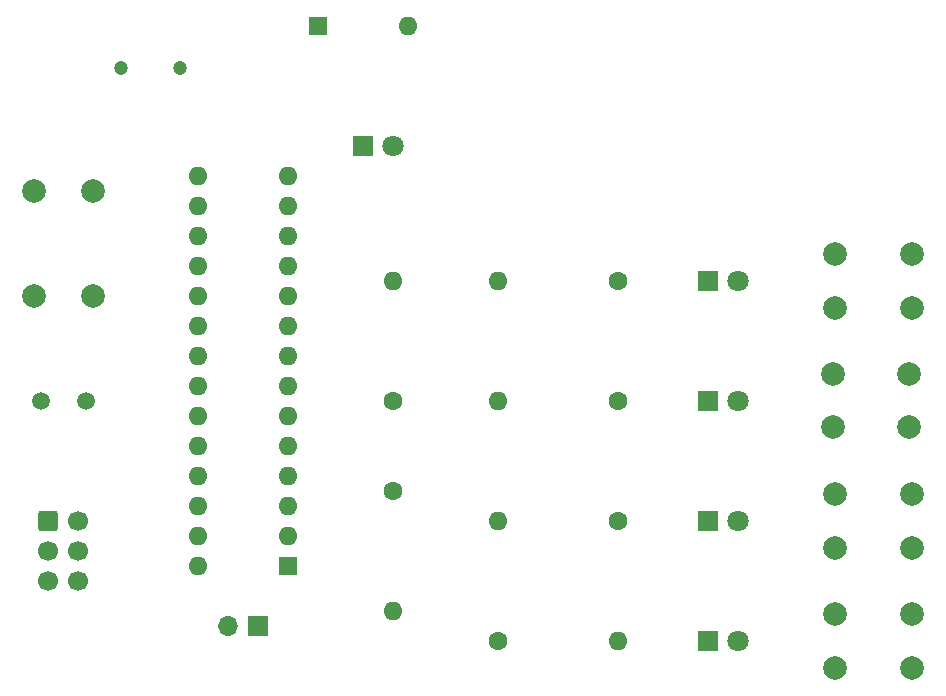
<source format=gbr>
%TF.GenerationSoftware,KiCad,Pcbnew,(6.0.0)*%
%TF.CreationDate,2022-04-23T15:12:40-04:00*%
%TF.ProjectId,DIY,4449592e-6b69-4636-9164-5f7063625858,rev?*%
%TF.SameCoordinates,Original*%
%TF.FileFunction,Soldermask,Bot*%
%TF.FilePolarity,Negative*%
%FSLAX46Y46*%
G04 Gerber Fmt 4.6, Leading zero omitted, Abs format (unit mm)*
G04 Created by KiCad (PCBNEW (6.0.0)) date 2022-04-23 15:12:40*
%MOMM*%
%LPD*%
G01*
G04 APERTURE LIST*
G04 Aperture macros list*
%AMRoundRect*
0 Rectangle with rounded corners*
0 $1 Rounding radius*
0 $2 $3 $4 $5 $6 $7 $8 $9 X,Y pos of 4 corners*
0 Add a 4 corners polygon primitive as box body*
4,1,4,$2,$3,$4,$5,$6,$7,$8,$9,$2,$3,0*
0 Add four circle primitives for the rounded corners*
1,1,$1+$1,$2,$3*
1,1,$1+$1,$4,$5*
1,1,$1+$1,$6,$7*
1,1,$1+$1,$8,$9*
0 Add four rect primitives between the rounded corners*
20,1,$1+$1,$2,$3,$4,$5,0*
20,1,$1+$1,$4,$5,$6,$7,0*
20,1,$1+$1,$6,$7,$8,$9,0*
20,1,$1+$1,$8,$9,$2,$3,0*%
G04 Aperture macros list end*
%ADD10C,2.000000*%
%ADD11C,1.200000*%
%ADD12C,1.500000*%
%ADD13C,1.600000*%
%ADD14O,1.600000X1.600000*%
%ADD15R,1.700000X1.700000*%
%ADD16O,1.700000X1.700000*%
%ADD17RoundRect,0.250000X-0.600000X-0.600000X0.600000X-0.600000X0.600000X0.600000X-0.600000X0.600000X0*%
%ADD18C,1.700000*%
%ADD19R,1.800000X1.800000*%
%ADD20C,1.800000*%
%ADD21R,1.600000X1.600000*%
G04 APERTURE END LIST*
D10*
%TO.C,SW2*%
X138788000Y-122864000D03*
X138788000Y-118364000D03*
X145288000Y-122864000D03*
X145288000Y-118364000D03*
%TD*%
D11*
%TO.C,LS1*%
X78566000Y-92456000D03*
X83566000Y-92456000D03*
%TD*%
D12*
%TO.C,Y1*%
X71760000Y-120650000D03*
X75560000Y-120650000D03*
%TD*%
D13*
%TO.C,R3*%
X120650000Y-120650000D03*
D14*
X110490000Y-120650000D03*
%TD*%
D10*
%TO.C,SW1*%
X145490000Y-112740000D03*
X138990000Y-112740000D03*
X145490000Y-108240000D03*
X138990000Y-108240000D03*
%TD*%
D15*
%TO.C,JP1*%
X90170000Y-139700000D03*
D16*
X87630000Y-139700000D03*
%TD*%
D13*
%TO.C,R4*%
X120650000Y-110490000D03*
D14*
X110490000Y-110490000D03*
%TD*%
D17*
%TO.C,J1*%
X72390000Y-130810000D03*
D18*
X74930000Y-130810000D03*
X72390000Y-133350000D03*
X74930000Y-133350000D03*
X72390000Y-135890000D03*
X74930000Y-135890000D03*
%TD*%
D10*
%TO.C,SW3*%
X138990000Y-128560000D03*
X138990000Y-133060000D03*
X145490000Y-128560000D03*
X145490000Y-133060000D03*
%TD*%
D19*
%TO.C,D2*%
X128270000Y-130810000D03*
D20*
X130810000Y-130810000D03*
%TD*%
D13*
%TO.C,R2*%
X120650000Y-130810000D03*
D14*
X110490000Y-130810000D03*
%TD*%
D19*
%TO.C,D3*%
X128270000Y-120650000D03*
D20*
X130810000Y-120650000D03*
%TD*%
D21*
%TO.C,U1*%
X92710000Y-134620000D03*
D14*
X92710000Y-132080000D03*
X92710000Y-129540000D03*
X92710000Y-127000000D03*
X92710000Y-124460000D03*
X92710000Y-121920000D03*
X92710000Y-119380000D03*
X92710000Y-116840000D03*
X92710000Y-114300000D03*
X92710000Y-111760000D03*
X92710000Y-109220000D03*
X92710000Y-106680000D03*
X92710000Y-104140000D03*
X92710000Y-101600000D03*
X85090000Y-101600000D03*
X85090000Y-104140000D03*
X85090000Y-106680000D03*
X85090000Y-109220000D03*
X85090000Y-111760000D03*
X85090000Y-114300000D03*
X85090000Y-116840000D03*
X85090000Y-119380000D03*
X85090000Y-121920000D03*
X85090000Y-124460000D03*
X85090000Y-127000000D03*
X85090000Y-129540000D03*
X85090000Y-132080000D03*
X85090000Y-134620000D03*
%TD*%
D19*
%TO.C,D4*%
X128270000Y-110490000D03*
D20*
X130810000Y-110490000D03*
%TD*%
D19*
%TO.C,D5*%
X99060000Y-99060000D03*
D20*
X101600000Y-99060000D03*
%TD*%
D13*
%TO.C,R1*%
X110490000Y-140970000D03*
D14*
X120650000Y-140970000D03*
%TD*%
D10*
%TO.C,C1*%
X71200000Y-111760000D03*
X76200000Y-111760000D03*
%TD*%
%TO.C,SW4*%
X138990000Y-138720000D03*
X145490000Y-138720000D03*
X138990000Y-143220000D03*
X145490000Y-143220000D03*
%TD*%
D21*
%TO.C,SW5*%
X95250000Y-88900000D03*
D14*
X102870000Y-88900000D03*
%TD*%
D13*
%TO.C,R5*%
X101600000Y-120650000D03*
D14*
X101600000Y-110490000D03*
%TD*%
D19*
%TO.C,D1*%
X128270000Y-140970000D03*
D20*
X130810000Y-140970000D03*
%TD*%
D13*
%TO.C,R6*%
X101600000Y-128270000D03*
D14*
X101600000Y-138430000D03*
%TD*%
D10*
%TO.C,C2*%
X71200000Y-102870000D03*
X76200000Y-102870000D03*
%TD*%
M02*

</source>
